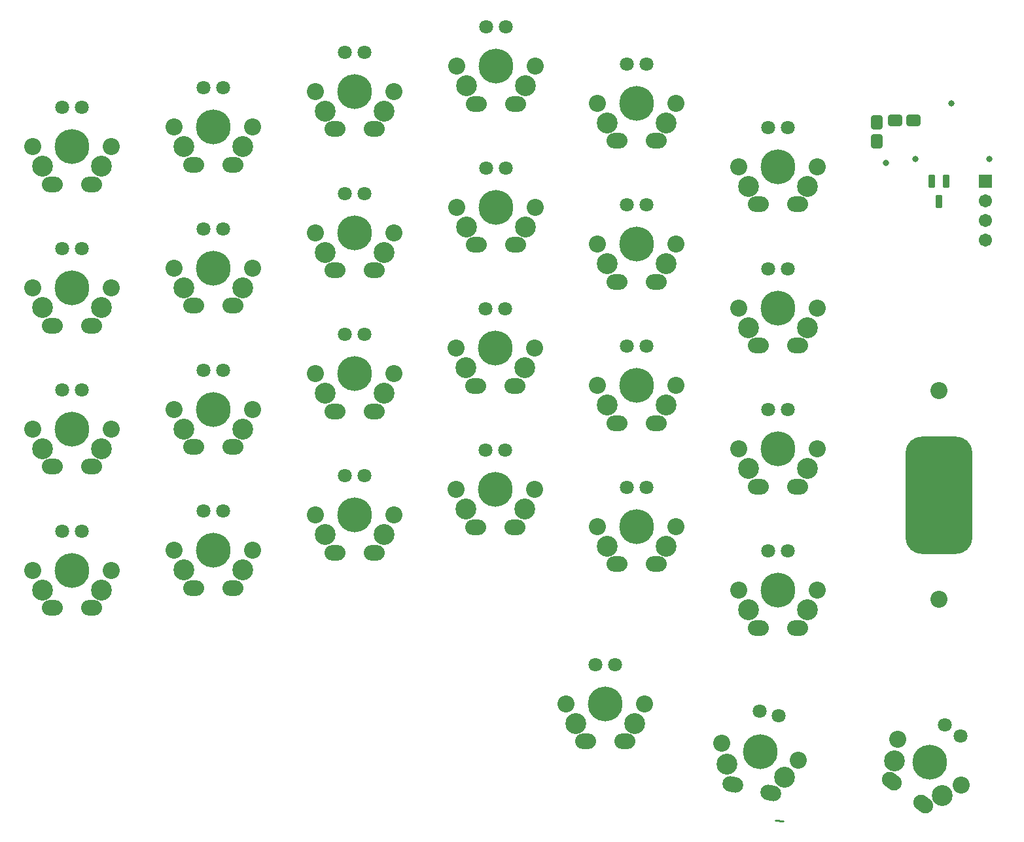
<source format=gbs>
G04*
G04 #@! TF.GenerationSoftware,Altium Limited,Altium Designer,23.0.1 (38)*
G04*
G04 Layer_Color=16711935*
%FSLAX44Y44*%
%MOMM*%
G71*
G04*
G04 #@! TF.SameCoordinates,731B261B-C9CE-40F0-B7EB-595BBDBE4ECB*
G04*
G04*
G04 #@! TF.FilePolarity,Negative*
G04*
G01*
G75*
%ADD15C,0.2500*%
G04:AMPARAMS|DCode=18|XSize=15.2032mm|YSize=8.7032mm|CornerRadius=2.2266mm|HoleSize=0mm|Usage=FLASHONLY|Rotation=90.000|XOffset=0mm|YOffset=0mm|HoleType=Round|Shape=RoundedRectangle|*
%AMROUNDEDRECTD18*
21,1,15.2032,4.2500,0,0,90.0*
21,1,10.7500,8.7032,0,0,90.0*
1,1,4.4532,2.1250,5.3750*
1,1,4.4532,2.1250,-5.3750*
1,1,4.4532,-2.1250,-5.3750*
1,1,4.4532,-2.1250,5.3750*
%
%ADD18ROUNDEDRECTD18*%
%ADD19C,2.7032*%
%ADD20C,2.2032*%
%ADD21O,2.7032X2.0032*%
%ADD22C,4.5032*%
%ADD23C,1.8032*%
%ADD24R,1.7032X1.7032*%
%ADD25C,1.7032*%
G04:AMPARAMS|DCode=26|XSize=2.7032mm|YSize=2.0032mm|CornerRadius=0mm|HoleSize=0mm|Usage=FLASHONLY|Rotation=324.200|XOffset=0mm|YOffset=0mm|HoleType=Round|Shape=Round|*
%AMOVALD26*
21,1,0.7000,2.0032,0.0000,0.0000,324.2*
1,1,2.0032,-0.2839,0.2047*
1,1,2.0032,0.2839,-0.2047*
%
%ADD26OVALD26*%

G04:AMPARAMS|DCode=27|XSize=2.7032mm|YSize=2.0032mm|CornerRadius=0mm|HoleSize=0mm|Usage=FLASHONLY|Rotation=347.200|XOffset=0mm|YOffset=0mm|HoleType=Round|Shape=Round|*
%AMOVALD27*
21,1,0.7000,2.0032,0.0000,0.0000,347.2*
1,1,2.0032,-0.3413,0.0775*
1,1,2.0032,0.3413,-0.0775*
%
%ADD27OVALD27*%

%ADD28C,0.8032*%
G04:AMPARAMS|DCode=46|XSize=1.5532mm|YSize=1.9032mm|CornerRadius=0.4391mm|HoleSize=0mm|Usage=FLASHONLY|Rotation=180.000|XOffset=0mm|YOffset=0mm|HoleType=Round|Shape=RoundedRectangle|*
%AMROUNDEDRECTD46*
21,1,1.5532,1.0250,0,0,180.0*
21,1,0.6750,1.9032,0,0,180.0*
1,1,0.8782,-0.3375,0.5125*
1,1,0.8782,0.3375,0.5125*
1,1,0.8782,0.3375,-0.5125*
1,1,0.8782,-0.3375,-0.5125*
%
%ADD46ROUNDEDRECTD46*%
G04:AMPARAMS|DCode=47|XSize=1.5532mm|YSize=1.9032mm|CornerRadius=0.4391mm|HoleSize=0mm|Usage=FLASHONLY|Rotation=90.000|XOffset=0mm|YOffset=0mm|HoleType=Round|Shape=RoundedRectangle|*
%AMROUNDEDRECTD47*
21,1,1.5532,1.0250,0,0,90.0*
21,1,0.6750,1.9032,0,0,90.0*
1,1,0.8782,0.5125,0.3375*
1,1,0.8782,0.5125,-0.3375*
1,1,0.8782,-0.5125,-0.3375*
1,1,0.8782,-0.5125,0.3375*
%
%ADD47ROUNDEDRECTD47*%
G04:AMPARAMS|DCode=48|XSize=0.8532mm|YSize=1.7532mm|CornerRadius=0.2641mm|HoleSize=0mm|Usage=FLASHONLY|Rotation=180.000|XOffset=0mm|YOffset=0mm|HoleType=Round|Shape=RoundedRectangle|*
%AMROUNDEDRECTD48*
21,1,0.8532,1.2250,0,0,180.0*
21,1,0.3250,1.7532,0,0,180.0*
1,1,0.5282,-0.1625,0.6125*
1,1,0.5282,0.1625,0.6125*
1,1,0.5282,0.1625,-0.6125*
1,1,0.5282,-0.1625,-0.6125*
%
%ADD48ROUNDEDRECTD48*%
D15*
X1011294Y79180D02*
X1021243Y78169D01*
D18*
X1222500Y500000D02*
D03*
D19*
X976452Y899467D02*
D03*
X1052652D02*
D03*
X504497Y631603D02*
D03*
X428298D02*
D03*
X869576Y433797D02*
D03*
X793376D02*
D03*
X869633Y616426D02*
D03*
X793433D02*
D03*
X686992Y481793D02*
D03*
X610792D02*
D03*
X610961Y1029682D02*
D03*
X687161D02*
D03*
X687049Y664423D02*
D03*
X610849D02*
D03*
X610904Y847052D02*
D03*
X687104D02*
D03*
X869949Y981684D02*
D03*
X793749D02*
D03*
X1226526Y111202D02*
D03*
X1164723Y155776D02*
D03*
X869689Y799055D02*
D03*
X793489D02*
D03*
X139187Y559953D02*
D03*
X62987D02*
D03*
X321800Y585629D02*
D03*
X245600D02*
D03*
X1052661Y534209D02*
D03*
X976461D02*
D03*
X139243Y742582D02*
D03*
X63043D02*
D03*
X321900Y950887D02*
D03*
X245700D02*
D03*
X1052758Y351564D02*
D03*
X976558D02*
D03*
X504400Y448974D02*
D03*
X428200D02*
D03*
X321760Y403000D02*
D03*
X245560D02*
D03*
X1022874Y134565D02*
D03*
X948569Y151447D02*
D03*
X828600Y204600D02*
D03*
X752400Y204600D02*
D03*
X321900Y768258D02*
D03*
X245700D02*
D03*
X504553Y814232D02*
D03*
X428353D02*
D03*
X976517Y716838D02*
D03*
X1052717D02*
D03*
X63099Y925211D02*
D03*
X139299D02*
D03*
X62930Y377324D02*
D03*
X139130D02*
D03*
X428410Y996861D02*
D03*
X504610D02*
D03*
D20*
X963752Y924867D02*
D03*
X1065352D02*
D03*
X517197Y657003D02*
D03*
X415597D02*
D03*
X882276Y459197D02*
D03*
X780677D02*
D03*
X882333Y641826D02*
D03*
X780733D02*
D03*
X699692Y507193D02*
D03*
X598092D02*
D03*
X598261Y1055082D02*
D03*
X699861D02*
D03*
X699749Y689823D02*
D03*
X598149D02*
D03*
X598204Y872452D02*
D03*
X699804D02*
D03*
X1222500Y635000D02*
D03*
X882649Y1007084D02*
D03*
X781049D02*
D03*
X1251685Y124374D02*
D03*
X1169280Y183806D02*
D03*
X882389Y824455D02*
D03*
X780789D02*
D03*
X151887Y585353D02*
D03*
X50287D02*
D03*
X334500Y611029D02*
D03*
X232900D02*
D03*
X1065361Y559609D02*
D03*
X963761Y559608D02*
D03*
X151943Y767982D02*
D03*
X50343D02*
D03*
X334600Y976287D02*
D03*
X233000D02*
D03*
X1065458Y376964D02*
D03*
X963858D02*
D03*
X517100Y474374D02*
D03*
X415500D02*
D03*
X334460Y428400D02*
D03*
X232860D02*
D03*
X1040887Y156521D02*
D03*
X941811Y179030D02*
D03*
X841300Y230000D02*
D03*
X739700D02*
D03*
X1222500Y365000D02*
D03*
X334600Y793658D02*
D03*
X233000D02*
D03*
X517253Y839632D02*
D03*
X415653D02*
D03*
X963817Y742238D02*
D03*
X1065417D02*
D03*
X50399Y950611D02*
D03*
X151999D02*
D03*
X50230Y402724D02*
D03*
X151830D02*
D03*
X415710Y1022261D02*
D03*
X517310D02*
D03*
D21*
X989152Y876099D02*
D03*
X1039952D02*
D03*
X440998Y608235D02*
D03*
X491797D02*
D03*
X806076Y410429D02*
D03*
X856877D02*
D03*
X806133Y593058D02*
D03*
X856933D02*
D03*
X623492Y458425D02*
D03*
X674292D02*
D03*
X674461Y1006314D02*
D03*
X623661D02*
D03*
X623549Y641055D02*
D03*
X674349D02*
D03*
X674404Y823684D02*
D03*
X623604D02*
D03*
X806449Y958316D02*
D03*
X857249D02*
D03*
X806189Y775687D02*
D03*
X856989D02*
D03*
X75687Y536585D02*
D03*
X126487D02*
D03*
X258300Y562261D02*
D03*
X309100D02*
D03*
X989161Y510841D02*
D03*
X1039961Y510840D02*
D03*
X75743Y719214D02*
D03*
X126543D02*
D03*
X258400Y927519D02*
D03*
X309200D02*
D03*
X989258Y328196D02*
D03*
X1040058D02*
D03*
X440900Y425606D02*
D03*
X491700D02*
D03*
X258260Y379632D02*
D03*
X309060D02*
D03*
X765100Y181232D02*
D03*
X815900D02*
D03*
X258400Y744890D02*
D03*
X309200D02*
D03*
X441053Y790864D02*
D03*
X491853D02*
D03*
X1040017Y693470D02*
D03*
X989217D02*
D03*
X126599Y901843D02*
D03*
X75799D02*
D03*
X126430Y353956D02*
D03*
X75630D02*
D03*
X491910Y973493D02*
D03*
X441110D02*
D03*
D22*
X1014552Y924867D02*
D03*
X466398Y657003D02*
D03*
X831477Y459197D02*
D03*
X831533Y641826D02*
D03*
X648892Y507193D02*
D03*
X649061Y1055082D02*
D03*
X648949Y689823D02*
D03*
X649004Y872452D02*
D03*
X831849Y1007084D02*
D03*
X1210483Y154090D02*
D03*
X831589Y824455D02*
D03*
X101087Y585353D02*
D03*
X283700Y611029D02*
D03*
X1014561Y559608D02*
D03*
X101143Y767982D02*
D03*
X283800Y976287D02*
D03*
X1014658Y376964D02*
D03*
X466300Y474374D02*
D03*
X283660Y428400D02*
D03*
X991348Y167775D02*
D03*
X790500Y230000D02*
D03*
X283800Y793658D02*
D03*
X466453Y839632D02*
D03*
X1014617Y742238D02*
D03*
X101199Y950611D02*
D03*
X101030Y402724D02*
D03*
X466510Y1022261D02*
D03*
D23*
X1001852Y975667D02*
D03*
X1027252D02*
D03*
X453698Y707803D02*
D03*
X479098D02*
D03*
X818777Y509997D02*
D03*
X844177D02*
D03*
X818833Y692626D02*
D03*
X844233D02*
D03*
X636192Y557993D02*
D03*
X661592D02*
D03*
X661761Y1105882D02*
D03*
X636361D02*
D03*
X636249Y740623D02*
D03*
X661649D02*
D03*
X661704Y923252D02*
D03*
X636304D02*
D03*
X819149Y1057884D02*
D03*
X844549D02*
D03*
X1229898Y202721D02*
D03*
X1250499Y187863D02*
D03*
X818889Y875255D02*
D03*
X844289D02*
D03*
X88387Y636153D02*
D03*
X113787D02*
D03*
X271000Y661829D02*
D03*
X296400D02*
D03*
X1001861Y610408D02*
D03*
X1027261Y610409D02*
D03*
X88443Y818782D02*
D03*
X113843D02*
D03*
X271100Y1027087D02*
D03*
X296500D02*
D03*
X1001958Y427764D02*
D03*
X1027358D02*
D03*
X453600Y525174D02*
D03*
X479000D02*
D03*
X270960Y479200D02*
D03*
X296360D02*
D03*
X990219Y220126D02*
D03*
X1014988Y214499D02*
D03*
X777800Y280800D02*
D03*
X803200Y280800D02*
D03*
X271100Y844458D02*
D03*
X296500D02*
D03*
X453753Y890432D02*
D03*
X479153D02*
D03*
X1027317Y793038D02*
D03*
X1001917D02*
D03*
X113899Y1001411D02*
D03*
X88499D02*
D03*
X113730Y453524D02*
D03*
X88330D02*
D03*
X479210Y1073061D02*
D03*
X453810D02*
D03*
D24*
X1282500Y905800D02*
D03*
D25*
Y880400D02*
D03*
Y855000D02*
D03*
Y829600D02*
D03*
D26*
X1161354Y129394D02*
D03*
X1202557Y99678D02*
D03*
D27*
X955775Y125847D02*
D03*
X1005313Y114592D02*
D03*
D28*
X1192500Y935000D02*
D03*
X1287564Y935063D02*
D03*
X1153658Y929840D02*
D03*
X1238702Y1007084D02*
D03*
D46*
X1142500Y958000D02*
D03*
Y982000D02*
D03*
D47*
X1189500Y985000D02*
D03*
X1165500D02*
D03*
D48*
X1213000Y906500D02*
D03*
X1232000D02*
D03*
X1222500Y880000D02*
D03*
M02*

</source>
